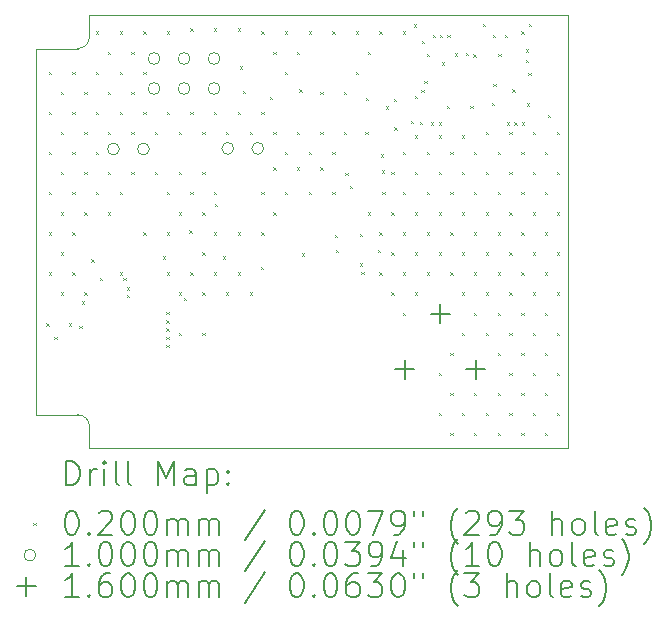
<source format=gbr>
%TF.GenerationSoftware,KiCad,Pcbnew,(6.0.7)*%
%TF.CreationDate,2022-10-27T11:46:34+02:00*%
%TF.ProjectId,Steuerung,53746575-6572-4756-9e67-2e6b69636164,rev?*%
%TF.SameCoordinates,Original*%
%TF.FileFunction,Drillmap*%
%TF.FilePolarity,Positive*%
%FSLAX45Y45*%
G04 Gerber Fmt 4.5, Leading zero omitted, Abs format (unit mm)*
G04 Created by KiCad (PCBNEW (6.0.7)) date 2022-10-27 11:46:34*
%MOMM*%
%LPD*%
G01*
G04 APERTURE LIST*
%ADD10C,0.100000*%
%ADD11C,0.200000*%
%ADD12C,0.020000*%
%ADD13C,0.160000*%
G04 APERTURE END LIST*
D10*
X15250000Y-10800000D02*
G75*
G03*
X15150000Y-10700000I-100000J0D01*
G01*
X19300000Y-10980000D02*
X19300000Y-7320000D01*
X14800000Y-10700000D02*
X15150000Y-10700000D01*
X15250000Y-7500000D02*
X15250000Y-7320000D01*
X15250000Y-7320000D02*
X19300000Y-7320000D01*
X15150000Y-7600000D02*
G75*
G03*
X15250000Y-7500000I0J100000D01*
G01*
X15150000Y-7600000D02*
X14800000Y-7600000D01*
X15250000Y-10980000D02*
X19300000Y-10980000D01*
X15250000Y-10800000D02*
X15250000Y-10980000D01*
X14800000Y-10700000D02*
X14800000Y-7600000D01*
D11*
D12*
X14885000Y-9925000D02*
X14905000Y-9945000D01*
X14905000Y-9925000D02*
X14885000Y-9945000D01*
X14905000Y-7795000D02*
X14925000Y-7815000D01*
X14925000Y-7795000D02*
X14905000Y-7815000D01*
X14905000Y-8135000D02*
X14925000Y-8155000D01*
X14925000Y-8135000D02*
X14905000Y-8155000D01*
X14905000Y-8475000D02*
X14925000Y-8495000D01*
X14925000Y-8475000D02*
X14905000Y-8495000D01*
X14905000Y-8815000D02*
X14925000Y-8835000D01*
X14925000Y-8815000D02*
X14905000Y-8835000D01*
X14905000Y-9155000D02*
X14925000Y-9175000D01*
X14925000Y-9155000D02*
X14905000Y-9175000D01*
X14905000Y-9495000D02*
X14925000Y-9515000D01*
X14925000Y-9495000D02*
X14905000Y-9515000D01*
X14951000Y-10040000D02*
X14971000Y-10060000D01*
X14971000Y-10040000D02*
X14951000Y-10060000D01*
X15005000Y-7965000D02*
X15025000Y-7985000D01*
X15025000Y-7965000D02*
X15005000Y-7985000D01*
X15005000Y-8305000D02*
X15025000Y-8325000D01*
X15025000Y-8305000D02*
X15005000Y-8325000D01*
X15005000Y-8645000D02*
X15025000Y-8665000D01*
X15025000Y-8645000D02*
X15005000Y-8665000D01*
X15005000Y-8985000D02*
X15025000Y-9005000D01*
X15025000Y-8985000D02*
X15005000Y-9005000D01*
X15005000Y-9325000D02*
X15025000Y-9345000D01*
X15025000Y-9325000D02*
X15005000Y-9345000D01*
X15005000Y-9665000D02*
X15025000Y-9685000D01*
X15025000Y-9665000D02*
X15005000Y-9685000D01*
X15075000Y-9925000D02*
X15095000Y-9945000D01*
X15095000Y-9925000D02*
X15075000Y-9945000D01*
X15105000Y-7795000D02*
X15125000Y-7815000D01*
X15125000Y-7795000D02*
X15105000Y-7815000D01*
X15105000Y-8135000D02*
X15125000Y-8155000D01*
X15125000Y-8135000D02*
X15105000Y-8155000D01*
X15105000Y-8475000D02*
X15125000Y-8495000D01*
X15125000Y-8475000D02*
X15105000Y-8495000D01*
X15105000Y-8815000D02*
X15125000Y-8835000D01*
X15125000Y-8815000D02*
X15105000Y-8835000D01*
X15105000Y-9155000D02*
X15125000Y-9175000D01*
X15125000Y-9155000D02*
X15105000Y-9175000D01*
X15105000Y-9495000D02*
X15125000Y-9515000D01*
X15125000Y-9495000D02*
X15105000Y-9515000D01*
X15165000Y-9945000D02*
X15185000Y-9965000D01*
X15185000Y-9945000D02*
X15165000Y-9965000D01*
X15185000Y-9740000D02*
X15205000Y-9760000D01*
X15205000Y-9740000D02*
X15185000Y-9760000D01*
X15205000Y-7965000D02*
X15225000Y-7985000D01*
X15225000Y-7965000D02*
X15205000Y-7985000D01*
X15205000Y-8305000D02*
X15225000Y-8325000D01*
X15225000Y-8305000D02*
X15205000Y-8325000D01*
X15205000Y-8645000D02*
X15225000Y-8665000D01*
X15225000Y-8645000D02*
X15205000Y-8665000D01*
X15205000Y-8985000D02*
X15225000Y-9005000D01*
X15225000Y-8985000D02*
X15205000Y-9005000D01*
X15205000Y-9665000D02*
X15225000Y-9685000D01*
X15225000Y-9665000D02*
X15205000Y-9685000D01*
X15265000Y-9385000D02*
X15285000Y-9405000D01*
X15285000Y-9385000D02*
X15265000Y-9405000D01*
X15305000Y-7455000D02*
X15325000Y-7475000D01*
X15325000Y-7455000D02*
X15305000Y-7475000D01*
X15305000Y-7795000D02*
X15325000Y-7815000D01*
X15325000Y-7795000D02*
X15305000Y-7815000D01*
X15305000Y-8135000D02*
X15325000Y-8155000D01*
X15325000Y-8135000D02*
X15305000Y-8155000D01*
X15305000Y-8475000D02*
X15325000Y-8495000D01*
X15325000Y-8475000D02*
X15305000Y-8495000D01*
X15305000Y-8815000D02*
X15325000Y-8835000D01*
X15325000Y-8815000D02*
X15305000Y-8835000D01*
X15340000Y-9540000D02*
X15360000Y-9560000D01*
X15360000Y-9540000D02*
X15340000Y-9560000D01*
X15405000Y-7625000D02*
X15425000Y-7645000D01*
X15425000Y-7625000D02*
X15405000Y-7645000D01*
X15405000Y-7965000D02*
X15425000Y-7985000D01*
X15425000Y-7965000D02*
X15405000Y-7985000D01*
X15405000Y-8305000D02*
X15425000Y-8325000D01*
X15425000Y-8305000D02*
X15405000Y-8325000D01*
X15405000Y-8645000D02*
X15425000Y-8665000D01*
X15425000Y-8645000D02*
X15405000Y-8665000D01*
X15405000Y-8985000D02*
X15425000Y-9005000D01*
X15425000Y-8985000D02*
X15405000Y-9005000D01*
X15505000Y-7455000D02*
X15525000Y-7475000D01*
X15525000Y-7455000D02*
X15505000Y-7475000D01*
X15505000Y-7795000D02*
X15525000Y-7815000D01*
X15525000Y-7795000D02*
X15505000Y-7815000D01*
X15505000Y-8135000D02*
X15525000Y-8155000D01*
X15525000Y-8135000D02*
X15505000Y-8155000D01*
X15505000Y-8815000D02*
X15525000Y-8835000D01*
X15525000Y-8815000D02*
X15505000Y-8835000D01*
X15505000Y-9495000D02*
X15525000Y-9515000D01*
X15525000Y-9495000D02*
X15505000Y-9515000D01*
X15535000Y-9540000D02*
X15555000Y-9560000D01*
X15555000Y-9540000D02*
X15535000Y-9560000D01*
X15565000Y-9620000D02*
X15585000Y-9640000D01*
X15585000Y-9620000D02*
X15565000Y-9640000D01*
X15566250Y-9686250D02*
X15586250Y-9706250D01*
X15586250Y-9686250D02*
X15566250Y-9706250D01*
X15605000Y-7625000D02*
X15625000Y-7645000D01*
X15625000Y-7625000D02*
X15605000Y-7645000D01*
X15605000Y-7965000D02*
X15625000Y-7985000D01*
X15625000Y-7965000D02*
X15605000Y-7985000D01*
X15605000Y-8305000D02*
X15625000Y-8325000D01*
X15625000Y-8305000D02*
X15605000Y-8325000D01*
X15605000Y-8645000D02*
X15625000Y-8665000D01*
X15625000Y-8645000D02*
X15605000Y-8665000D01*
X15705000Y-7455000D02*
X15725000Y-7475000D01*
X15725000Y-7455000D02*
X15705000Y-7475000D01*
X15705000Y-7795000D02*
X15725000Y-7815000D01*
X15725000Y-7795000D02*
X15705000Y-7815000D01*
X15705000Y-8135000D02*
X15725000Y-8155000D01*
X15725000Y-8135000D02*
X15705000Y-8155000D01*
X15705000Y-9155000D02*
X15725000Y-9175000D01*
X15725000Y-9155000D02*
X15705000Y-9175000D01*
X15805000Y-8305000D02*
X15825000Y-8325000D01*
X15825000Y-8305000D02*
X15805000Y-8325000D01*
X15805000Y-8645000D02*
X15825000Y-8665000D01*
X15825000Y-8645000D02*
X15805000Y-8665000D01*
X15870000Y-9360000D02*
X15890000Y-9380000D01*
X15890000Y-9360000D02*
X15870000Y-9380000D01*
X15900000Y-9830000D02*
X15920000Y-9850000D01*
X15920000Y-9830000D02*
X15900000Y-9850000D01*
X15900000Y-9900000D02*
X15920000Y-9920000D01*
X15920000Y-9900000D02*
X15900000Y-9920000D01*
X15900000Y-9970000D02*
X15920000Y-9990000D01*
X15920000Y-9970000D02*
X15900000Y-9990000D01*
X15900000Y-10040000D02*
X15920000Y-10060000D01*
X15920000Y-10040000D02*
X15900000Y-10060000D01*
X15900000Y-10110000D02*
X15920000Y-10130000D01*
X15920000Y-10110000D02*
X15900000Y-10130000D01*
X15905000Y-7455000D02*
X15925000Y-7475000D01*
X15925000Y-7455000D02*
X15905000Y-7475000D01*
X15905000Y-8135000D02*
X15925000Y-8155000D01*
X15925000Y-8135000D02*
X15905000Y-8155000D01*
X15905000Y-8815000D02*
X15925000Y-8835000D01*
X15925000Y-8815000D02*
X15905000Y-8835000D01*
X15905000Y-9155000D02*
X15925000Y-9175000D01*
X15925000Y-9155000D02*
X15905000Y-9175000D01*
X15905000Y-9495000D02*
X15925000Y-9515000D01*
X15925000Y-9495000D02*
X15905000Y-9515000D01*
X16005000Y-8305000D02*
X16025000Y-8325000D01*
X16025000Y-8305000D02*
X16005000Y-8325000D01*
X16005000Y-8645000D02*
X16025000Y-8665000D01*
X16025000Y-8645000D02*
X16005000Y-8665000D01*
X16005000Y-8985000D02*
X16025000Y-9005000D01*
X16025000Y-8985000D02*
X16005000Y-9005000D01*
X16005000Y-9665000D02*
X16025000Y-9685000D01*
X16025000Y-9665000D02*
X16005000Y-9685000D01*
X16005000Y-10005000D02*
X16025000Y-10025000D01*
X16025000Y-10005000D02*
X16005000Y-10025000D01*
X16050000Y-9710000D02*
X16070000Y-9730000D01*
X16070000Y-9710000D02*
X16050000Y-9730000D01*
X16095000Y-9140000D02*
X16115000Y-9160000D01*
X16115000Y-9140000D02*
X16095000Y-9160000D01*
X16105000Y-7430000D02*
X16125000Y-7450000D01*
X16125000Y-7430000D02*
X16105000Y-7450000D01*
X16105000Y-8135000D02*
X16125000Y-8155000D01*
X16125000Y-8135000D02*
X16105000Y-8155000D01*
X16105000Y-8815000D02*
X16125000Y-8835000D01*
X16125000Y-8815000D02*
X16105000Y-8835000D01*
X16105000Y-9495000D02*
X16125000Y-9515000D01*
X16125000Y-9495000D02*
X16105000Y-9515000D01*
X16205000Y-8305000D02*
X16225000Y-8325000D01*
X16225000Y-8305000D02*
X16205000Y-8325000D01*
X16205000Y-8645000D02*
X16225000Y-8665000D01*
X16225000Y-8645000D02*
X16205000Y-8665000D01*
X16205000Y-8985000D02*
X16225000Y-9005000D01*
X16225000Y-8985000D02*
X16205000Y-9005000D01*
X16205000Y-9325000D02*
X16225000Y-9345000D01*
X16225000Y-9325000D02*
X16205000Y-9345000D01*
X16205000Y-9665000D02*
X16225000Y-9685000D01*
X16225000Y-9665000D02*
X16205000Y-9685000D01*
X16205000Y-10005000D02*
X16225000Y-10025000D01*
X16225000Y-10005000D02*
X16205000Y-10025000D01*
X16305000Y-7430000D02*
X16325000Y-7450000D01*
X16325000Y-7430000D02*
X16305000Y-7450000D01*
X16305000Y-8135000D02*
X16325000Y-8155000D01*
X16325000Y-8135000D02*
X16305000Y-8155000D01*
X16305000Y-8815000D02*
X16325000Y-8835000D01*
X16325000Y-8815000D02*
X16305000Y-8835000D01*
X16305000Y-9155000D02*
X16325000Y-9175000D01*
X16325000Y-9155000D02*
X16305000Y-9175000D01*
X16305000Y-9495000D02*
X16325000Y-9515000D01*
X16325000Y-9495000D02*
X16305000Y-9515000D01*
X16310000Y-8915000D02*
X16330000Y-8935000D01*
X16330000Y-8915000D02*
X16310000Y-8935000D01*
X16380000Y-9360000D02*
X16400000Y-9380000D01*
X16400000Y-9360000D02*
X16380000Y-9380000D01*
X16405000Y-8305000D02*
X16425000Y-8325000D01*
X16425000Y-8305000D02*
X16405000Y-8325000D01*
X16405000Y-9665000D02*
X16425000Y-9685000D01*
X16425000Y-9665000D02*
X16405000Y-9685000D01*
X16505000Y-7430000D02*
X16525000Y-7450000D01*
X16525000Y-7430000D02*
X16505000Y-7450000D01*
X16505000Y-8135000D02*
X16525000Y-8155000D01*
X16525000Y-8135000D02*
X16505000Y-8155000D01*
X16505000Y-9155000D02*
X16525000Y-9175000D01*
X16525000Y-9155000D02*
X16505000Y-9175000D01*
X16505000Y-9495000D02*
X16525000Y-9515000D01*
X16525000Y-9495000D02*
X16505000Y-9515000D01*
X16525000Y-7750000D02*
X16545000Y-7770000D01*
X16545000Y-7750000D02*
X16525000Y-7770000D01*
X16550000Y-7960000D02*
X16570000Y-7980000D01*
X16570000Y-7960000D02*
X16550000Y-7980000D01*
X16605000Y-8305000D02*
X16625000Y-8325000D01*
X16625000Y-8305000D02*
X16605000Y-8325000D01*
X16605000Y-9665000D02*
X16625000Y-9685000D01*
X16625000Y-9665000D02*
X16605000Y-9685000D01*
X16700000Y-9450000D02*
X16720000Y-9470000D01*
X16720000Y-9450000D02*
X16700000Y-9470000D01*
X16705000Y-7455000D02*
X16725000Y-7475000D01*
X16725000Y-7455000D02*
X16705000Y-7475000D01*
X16705000Y-8135000D02*
X16725000Y-8155000D01*
X16725000Y-8135000D02*
X16705000Y-8155000D01*
X16705000Y-8815000D02*
X16725000Y-8835000D01*
X16725000Y-8815000D02*
X16705000Y-8835000D01*
X16705000Y-9155000D02*
X16725000Y-9175000D01*
X16725000Y-9155000D02*
X16705000Y-9175000D01*
X16775000Y-8010000D02*
X16795000Y-8030000D01*
X16795000Y-8010000D02*
X16775000Y-8030000D01*
X16805000Y-7625000D02*
X16825000Y-7645000D01*
X16825000Y-7625000D02*
X16805000Y-7645000D01*
X16805000Y-8305000D02*
X16825000Y-8325000D01*
X16825000Y-8305000D02*
X16805000Y-8325000D01*
X16805000Y-8605000D02*
X16825000Y-8625000D01*
X16825000Y-8605000D02*
X16805000Y-8625000D01*
X16805000Y-8985000D02*
X16825000Y-9005000D01*
X16825000Y-8985000D02*
X16805000Y-9005000D01*
X16905000Y-7455000D02*
X16925000Y-7475000D01*
X16925000Y-7455000D02*
X16905000Y-7475000D01*
X16905000Y-7795000D02*
X16925000Y-7815000D01*
X16925000Y-7795000D02*
X16905000Y-7815000D01*
X16905000Y-8475000D02*
X16925000Y-8495000D01*
X16925000Y-8475000D02*
X16905000Y-8495000D01*
X16905000Y-8815000D02*
X16925000Y-8835000D01*
X16925000Y-8815000D02*
X16905000Y-8835000D01*
X17005000Y-7625000D02*
X17025000Y-7645000D01*
X17025000Y-7625000D02*
X17005000Y-7645000D01*
X17005000Y-8305000D02*
X17025000Y-8325000D01*
X17025000Y-8305000D02*
X17005000Y-8325000D01*
X17005000Y-8605000D02*
X17025000Y-8625000D01*
X17025000Y-8605000D02*
X17005000Y-8625000D01*
X17025000Y-7945000D02*
X17045000Y-7965000D01*
X17045000Y-7945000D02*
X17025000Y-7965000D01*
X17050000Y-9335000D02*
X17070000Y-9355000D01*
X17070000Y-9335000D02*
X17050000Y-9355000D01*
X17105000Y-7455000D02*
X17125000Y-7475000D01*
X17125000Y-7455000D02*
X17105000Y-7475000D01*
X17105000Y-8475000D02*
X17125000Y-8495000D01*
X17125000Y-8475000D02*
X17105000Y-8495000D01*
X17105000Y-8815000D02*
X17125000Y-8835000D01*
X17125000Y-8815000D02*
X17105000Y-8835000D01*
X17205000Y-7965000D02*
X17225000Y-7985000D01*
X17225000Y-7965000D02*
X17205000Y-7985000D01*
X17205000Y-8305000D02*
X17225000Y-8325000D01*
X17225000Y-8305000D02*
X17205000Y-8325000D01*
X17205000Y-8605000D02*
X17225000Y-8625000D01*
X17225000Y-8605000D02*
X17205000Y-8625000D01*
X17305000Y-7455000D02*
X17325000Y-7475000D01*
X17325000Y-7455000D02*
X17305000Y-7475000D01*
X17305000Y-8475000D02*
X17325000Y-8495000D01*
X17325000Y-8475000D02*
X17305000Y-8495000D01*
X17305000Y-8815000D02*
X17325000Y-8835000D01*
X17325000Y-8815000D02*
X17305000Y-8835000D01*
X17325000Y-9175000D02*
X17345000Y-9195000D01*
X17345000Y-9175000D02*
X17325000Y-9195000D01*
X17335000Y-9305000D02*
X17355000Y-9325000D01*
X17355000Y-9305000D02*
X17335000Y-9325000D01*
X17405000Y-7965000D02*
X17425000Y-7985000D01*
X17425000Y-7965000D02*
X17405000Y-7985000D01*
X17405000Y-8305000D02*
X17425000Y-8325000D01*
X17425000Y-8305000D02*
X17405000Y-8325000D01*
X17415000Y-8650000D02*
X17435000Y-8670000D01*
X17435000Y-8650000D02*
X17415000Y-8670000D01*
X17455000Y-8760000D02*
X17475000Y-8780000D01*
X17475000Y-8760000D02*
X17455000Y-8780000D01*
X17505000Y-7455000D02*
X17525000Y-7475000D01*
X17525000Y-7455000D02*
X17505000Y-7475000D01*
X17505000Y-7795000D02*
X17525000Y-7815000D01*
X17525000Y-7795000D02*
X17505000Y-7815000D01*
X17537500Y-9167500D02*
X17557500Y-9187500D01*
X17557500Y-9167500D02*
X17537500Y-9187500D01*
X17537500Y-9417500D02*
X17557500Y-9437500D01*
X17557500Y-9417500D02*
X17537500Y-9437500D01*
X17550000Y-9490000D02*
X17570000Y-9510000D01*
X17570000Y-9490000D02*
X17550000Y-9510000D01*
X17585000Y-8305000D02*
X17605000Y-8325000D01*
X17605000Y-8305000D02*
X17585000Y-8325000D01*
X17590000Y-8015000D02*
X17610000Y-8035000D01*
X17610000Y-8015000D02*
X17590000Y-8035000D01*
X17605000Y-7625000D02*
X17625000Y-7645000D01*
X17625000Y-7625000D02*
X17605000Y-7645000D01*
X17605000Y-8985000D02*
X17625000Y-9005000D01*
X17625000Y-8985000D02*
X17605000Y-9005000D01*
X17690000Y-9305000D02*
X17710000Y-9325000D01*
X17710000Y-9305000D02*
X17690000Y-9325000D01*
X17705000Y-7455000D02*
X17725000Y-7475000D01*
X17725000Y-7455000D02*
X17705000Y-7475000D01*
X17705000Y-9155000D02*
X17725000Y-9175000D01*
X17725000Y-9155000D02*
X17705000Y-9175000D01*
X17705000Y-9495000D02*
X17725000Y-9515000D01*
X17725000Y-9495000D02*
X17705000Y-9515000D01*
X17715000Y-8495000D02*
X17735000Y-8515000D01*
X17735000Y-8495000D02*
X17715000Y-8515000D01*
X17725000Y-8630000D02*
X17745000Y-8650000D01*
X17745000Y-8630000D02*
X17725000Y-8650000D01*
X17730000Y-8815000D02*
X17750000Y-8835000D01*
X17750000Y-8815000D02*
X17730000Y-8835000D01*
X17760000Y-8090000D02*
X17780000Y-8110000D01*
X17780000Y-8090000D02*
X17760000Y-8110000D01*
X17805000Y-8645000D02*
X17825000Y-8665000D01*
X17825000Y-8645000D02*
X17805000Y-8665000D01*
X17805000Y-8985000D02*
X17825000Y-9005000D01*
X17825000Y-8985000D02*
X17805000Y-9005000D01*
X17805000Y-9325000D02*
X17825000Y-9345000D01*
X17825000Y-9325000D02*
X17805000Y-9345000D01*
X17805000Y-9665000D02*
X17825000Y-9685000D01*
X17825000Y-9665000D02*
X17805000Y-9685000D01*
X17825000Y-8025000D02*
X17845000Y-8045000D01*
X17845000Y-8025000D02*
X17825000Y-8045000D01*
X17830000Y-8266387D02*
X17850000Y-8286387D01*
X17850000Y-8266387D02*
X17830000Y-8286387D01*
X17905000Y-7455000D02*
X17925000Y-7475000D01*
X17925000Y-7455000D02*
X17905000Y-7475000D01*
X17905000Y-8475000D02*
X17925000Y-8495000D01*
X17925000Y-8475000D02*
X17905000Y-8495000D01*
X17905000Y-8815000D02*
X17925000Y-8835000D01*
X17925000Y-8815000D02*
X17905000Y-8835000D01*
X17905000Y-9155000D02*
X17925000Y-9175000D01*
X17925000Y-9155000D02*
X17905000Y-9175000D01*
X17905000Y-9495000D02*
X17925000Y-9515000D01*
X17925000Y-9495000D02*
X17905000Y-9515000D01*
X17905000Y-9835000D02*
X17925000Y-9855000D01*
X17925000Y-9835000D02*
X17905000Y-9855000D01*
X17970000Y-8210000D02*
X17990000Y-8230000D01*
X17990000Y-8210000D02*
X17970000Y-8230000D01*
X17995000Y-7395000D02*
X18015000Y-7415000D01*
X18015000Y-7395000D02*
X17995000Y-7415000D01*
X18005000Y-8000000D02*
X18025000Y-8020000D01*
X18025000Y-8000000D02*
X18005000Y-8020000D01*
X18005000Y-8335000D02*
X18025000Y-8355000D01*
X18025000Y-8335000D02*
X18005000Y-8355000D01*
X18005000Y-8645000D02*
X18025000Y-8665000D01*
X18025000Y-8645000D02*
X18005000Y-8665000D01*
X18005000Y-8985000D02*
X18025000Y-9005000D01*
X18025000Y-8985000D02*
X18005000Y-9005000D01*
X18005000Y-9325000D02*
X18025000Y-9345000D01*
X18025000Y-9325000D02*
X18005000Y-9345000D01*
X18005000Y-9665000D02*
X18025000Y-9685000D01*
X18025000Y-9665000D02*
X18005000Y-9685000D01*
X18045000Y-8220000D02*
X18065000Y-8240000D01*
X18065000Y-8220000D02*
X18045000Y-8240000D01*
X18058887Y-7948887D02*
X18078887Y-7968887D01*
X18078887Y-7948887D02*
X18058887Y-7968887D01*
X18065000Y-7535000D02*
X18085000Y-7555000D01*
X18085000Y-7535000D02*
X18065000Y-7555000D01*
X18085000Y-7875000D02*
X18105000Y-7895000D01*
X18105000Y-7875000D02*
X18085000Y-7895000D01*
X18105000Y-7645000D02*
X18125000Y-7665000D01*
X18125000Y-7645000D02*
X18105000Y-7665000D01*
X18105000Y-8475000D02*
X18125000Y-8495000D01*
X18125000Y-8475000D02*
X18105000Y-8495000D01*
X18105000Y-8815000D02*
X18125000Y-8835000D01*
X18125000Y-8815000D02*
X18105000Y-8835000D01*
X18105000Y-9155000D02*
X18125000Y-9175000D01*
X18125000Y-9155000D02*
X18105000Y-9175000D01*
X18105000Y-9495000D02*
X18125000Y-9515000D01*
X18125000Y-9495000D02*
X18105000Y-9515000D01*
X18140000Y-8225000D02*
X18160000Y-8245000D01*
X18160000Y-8225000D02*
X18140000Y-8245000D01*
X18155407Y-7484972D02*
X18175407Y-7504972D01*
X18175407Y-7484972D02*
X18155407Y-7504972D01*
X18205000Y-8335000D02*
X18225000Y-8355000D01*
X18225000Y-8335000D02*
X18205000Y-8355000D01*
X18205000Y-8645000D02*
X18225000Y-8665000D01*
X18225000Y-8645000D02*
X18205000Y-8665000D01*
X18205000Y-8985000D02*
X18225000Y-9005000D01*
X18225000Y-8985000D02*
X18205000Y-9005000D01*
X18205000Y-9325000D02*
X18225000Y-9345000D01*
X18225000Y-9325000D02*
X18205000Y-9345000D01*
X18205000Y-10345000D02*
X18225000Y-10365000D01*
X18225000Y-10345000D02*
X18205000Y-10365000D01*
X18205000Y-10685000D02*
X18225000Y-10705000D01*
X18225000Y-10685000D02*
X18205000Y-10705000D01*
X18210000Y-8225000D02*
X18230000Y-8245000D01*
X18230000Y-8225000D02*
X18210000Y-8245000D01*
X18218056Y-7485356D02*
X18238056Y-7505356D01*
X18238056Y-7485356D02*
X18218056Y-7505356D01*
X18235000Y-7715000D02*
X18255000Y-7735000D01*
X18255000Y-7715000D02*
X18235000Y-7735000D01*
X18275000Y-8085000D02*
X18295000Y-8105000D01*
X18295000Y-8085000D02*
X18275000Y-8105000D01*
X18280705Y-7484964D02*
X18300705Y-7504964D01*
X18300705Y-7484964D02*
X18280705Y-7504964D01*
X18305000Y-8475000D02*
X18325000Y-8495000D01*
X18325000Y-8475000D02*
X18305000Y-8495000D01*
X18305000Y-8815000D02*
X18325000Y-8835000D01*
X18325000Y-8815000D02*
X18305000Y-8835000D01*
X18305000Y-9155000D02*
X18325000Y-9175000D01*
X18325000Y-9155000D02*
X18305000Y-9175000D01*
X18305000Y-9495000D02*
X18325000Y-9515000D01*
X18325000Y-9495000D02*
X18305000Y-9515000D01*
X18305000Y-10175000D02*
X18325000Y-10195000D01*
X18325000Y-10175000D02*
X18305000Y-10195000D01*
X18305000Y-10515000D02*
X18325000Y-10535000D01*
X18325000Y-10515000D02*
X18305000Y-10535000D01*
X18305000Y-10855000D02*
X18325000Y-10875000D01*
X18325000Y-10855000D02*
X18305000Y-10875000D01*
X18345000Y-7640000D02*
X18365000Y-7660000D01*
X18365000Y-7640000D02*
X18345000Y-7660000D01*
X18405000Y-8335000D02*
X18425000Y-8355000D01*
X18425000Y-8335000D02*
X18405000Y-8355000D01*
X18405000Y-8645000D02*
X18425000Y-8665000D01*
X18425000Y-8645000D02*
X18405000Y-8665000D01*
X18405000Y-8985000D02*
X18425000Y-9005000D01*
X18425000Y-8985000D02*
X18405000Y-9005000D01*
X18405000Y-9325000D02*
X18425000Y-9345000D01*
X18425000Y-9325000D02*
X18405000Y-9345000D01*
X18405000Y-9665000D02*
X18425000Y-9685000D01*
X18425000Y-9665000D02*
X18405000Y-9685000D01*
X18405000Y-10005000D02*
X18425000Y-10025000D01*
X18425000Y-10005000D02*
X18405000Y-10025000D01*
X18405000Y-10685000D02*
X18425000Y-10705000D01*
X18425000Y-10685000D02*
X18405000Y-10705000D01*
X18435000Y-7635000D02*
X18455000Y-7655000D01*
X18455000Y-7635000D02*
X18435000Y-7655000D01*
X18475000Y-8085000D02*
X18495000Y-8105000D01*
X18495000Y-8085000D02*
X18475000Y-8105000D01*
X18500000Y-7650000D02*
X18520000Y-7670000D01*
X18520000Y-7650000D02*
X18500000Y-7670000D01*
X18505000Y-8475000D02*
X18525000Y-8495000D01*
X18525000Y-8475000D02*
X18505000Y-8495000D01*
X18505000Y-8815000D02*
X18525000Y-8835000D01*
X18525000Y-8815000D02*
X18505000Y-8835000D01*
X18505000Y-9155000D02*
X18525000Y-9175000D01*
X18525000Y-9155000D02*
X18505000Y-9175000D01*
X18505000Y-9495000D02*
X18525000Y-9515000D01*
X18525000Y-9495000D02*
X18505000Y-9515000D01*
X18505000Y-9835000D02*
X18525000Y-9855000D01*
X18525000Y-9835000D02*
X18505000Y-9855000D01*
X18505000Y-10515000D02*
X18525000Y-10535000D01*
X18525000Y-10515000D02*
X18505000Y-10535000D01*
X18505000Y-10855000D02*
X18525000Y-10875000D01*
X18525000Y-10855000D02*
X18505000Y-10875000D01*
X18580000Y-7390000D02*
X18600000Y-7410000D01*
X18600000Y-7390000D02*
X18580000Y-7410000D01*
X18605000Y-8305000D02*
X18625000Y-8325000D01*
X18625000Y-8305000D02*
X18605000Y-8325000D01*
X18605000Y-8645000D02*
X18625000Y-8665000D01*
X18625000Y-8645000D02*
X18605000Y-8665000D01*
X18605000Y-8985000D02*
X18625000Y-9005000D01*
X18625000Y-8985000D02*
X18605000Y-9005000D01*
X18605000Y-9325000D02*
X18625000Y-9345000D01*
X18625000Y-9325000D02*
X18605000Y-9345000D01*
X18605000Y-9665000D02*
X18625000Y-9685000D01*
X18625000Y-9665000D02*
X18605000Y-9685000D01*
X18605000Y-10005000D02*
X18625000Y-10025000D01*
X18625000Y-10005000D02*
X18605000Y-10025000D01*
X18605000Y-10685000D02*
X18625000Y-10705000D01*
X18625000Y-10685000D02*
X18605000Y-10705000D01*
X18655000Y-8060000D02*
X18675000Y-8080000D01*
X18675000Y-8060000D02*
X18655000Y-8080000D01*
X18665000Y-7485000D02*
X18685000Y-7505000D01*
X18685000Y-7485000D02*
X18665000Y-7505000D01*
X18670000Y-7900000D02*
X18690000Y-7920000D01*
X18690000Y-7900000D02*
X18670000Y-7920000D01*
X18705000Y-8475000D02*
X18725000Y-8495000D01*
X18725000Y-8475000D02*
X18705000Y-8495000D01*
X18705000Y-8815000D02*
X18725000Y-8835000D01*
X18725000Y-8815000D02*
X18705000Y-8835000D01*
X18705000Y-9155000D02*
X18725000Y-9175000D01*
X18725000Y-9155000D02*
X18705000Y-9175000D01*
X18705000Y-9495000D02*
X18725000Y-9515000D01*
X18725000Y-9495000D02*
X18705000Y-9515000D01*
X18705000Y-9835000D02*
X18725000Y-9855000D01*
X18725000Y-9835000D02*
X18705000Y-9855000D01*
X18705000Y-10175000D02*
X18725000Y-10195000D01*
X18725000Y-10175000D02*
X18705000Y-10195000D01*
X18705000Y-10515000D02*
X18725000Y-10535000D01*
X18725000Y-10515000D02*
X18705000Y-10535000D01*
X18705000Y-10855000D02*
X18725000Y-10875000D01*
X18725000Y-10855000D02*
X18705000Y-10875000D01*
X18710000Y-7645000D02*
X18730000Y-7665000D01*
X18730000Y-7645000D02*
X18710000Y-7665000D01*
X18765000Y-7485000D02*
X18785000Y-7505000D01*
X18785000Y-7485000D02*
X18765000Y-7505000D01*
X18784536Y-8224412D02*
X18804536Y-8244412D01*
X18804536Y-8224412D02*
X18784536Y-8244412D01*
X18805000Y-8305000D02*
X18825000Y-8325000D01*
X18825000Y-8305000D02*
X18805000Y-8325000D01*
X18805000Y-8645000D02*
X18825000Y-8665000D01*
X18825000Y-8645000D02*
X18805000Y-8665000D01*
X18805000Y-8985000D02*
X18825000Y-9005000D01*
X18825000Y-8985000D02*
X18805000Y-9005000D01*
X18805000Y-9325000D02*
X18825000Y-9345000D01*
X18825000Y-9325000D02*
X18805000Y-9345000D01*
X18805000Y-9665000D02*
X18825000Y-9685000D01*
X18825000Y-9665000D02*
X18805000Y-9685000D01*
X18805000Y-10005000D02*
X18825000Y-10025000D01*
X18825000Y-10005000D02*
X18805000Y-10025000D01*
X18805000Y-10345000D02*
X18825000Y-10365000D01*
X18825000Y-10345000D02*
X18805000Y-10365000D01*
X18805000Y-10685000D02*
X18825000Y-10705000D01*
X18825000Y-10685000D02*
X18805000Y-10705000D01*
X18830000Y-7945000D02*
X18850000Y-7965000D01*
X18850000Y-7945000D02*
X18830000Y-7965000D01*
X18847350Y-8225000D02*
X18867350Y-8245000D01*
X18867350Y-8225000D02*
X18847350Y-8245000D01*
X18905000Y-7455000D02*
X18925000Y-7475000D01*
X18925000Y-7455000D02*
X18905000Y-7475000D01*
X18905000Y-8475000D02*
X18925000Y-8495000D01*
X18925000Y-8475000D02*
X18905000Y-8495000D01*
X18905000Y-8815000D02*
X18925000Y-8835000D01*
X18925000Y-8815000D02*
X18905000Y-8835000D01*
X18905000Y-9155000D02*
X18925000Y-9175000D01*
X18925000Y-9155000D02*
X18905000Y-9175000D01*
X18905000Y-9495000D02*
X18925000Y-9515000D01*
X18925000Y-9495000D02*
X18905000Y-9515000D01*
X18905000Y-9835000D02*
X18925000Y-9855000D01*
X18925000Y-9835000D02*
X18905000Y-9855000D01*
X18905000Y-10175000D02*
X18925000Y-10195000D01*
X18925000Y-10175000D02*
X18905000Y-10195000D01*
X18905000Y-10515000D02*
X18925000Y-10535000D01*
X18925000Y-10515000D02*
X18905000Y-10535000D01*
X18905000Y-10855000D02*
X18925000Y-10875000D01*
X18925000Y-10855000D02*
X18905000Y-10875000D01*
X18910000Y-8225000D02*
X18930000Y-8245000D01*
X18930000Y-8225000D02*
X18910000Y-8245000D01*
X18945000Y-7605000D02*
X18965000Y-7625000D01*
X18965000Y-7605000D02*
X18945000Y-7625000D01*
X18945000Y-7695000D02*
X18965000Y-7715000D01*
X18965000Y-7695000D02*
X18945000Y-7715000D01*
X18955000Y-8065000D02*
X18975000Y-8085000D01*
X18975000Y-8065000D02*
X18955000Y-8085000D01*
X18965000Y-7805000D02*
X18985000Y-7825000D01*
X18985000Y-7805000D02*
X18965000Y-7825000D01*
X18970000Y-7390000D02*
X18990000Y-7410000D01*
X18990000Y-7390000D02*
X18970000Y-7410000D01*
X19005000Y-8305000D02*
X19025000Y-8325000D01*
X19025000Y-8305000D02*
X19005000Y-8325000D01*
X19005000Y-8645000D02*
X19025000Y-8665000D01*
X19025000Y-8645000D02*
X19005000Y-8665000D01*
X19005000Y-8985000D02*
X19025000Y-9005000D01*
X19025000Y-8985000D02*
X19005000Y-9005000D01*
X19005000Y-9325000D02*
X19025000Y-9345000D01*
X19025000Y-9325000D02*
X19005000Y-9345000D01*
X19005000Y-9665000D02*
X19025000Y-9685000D01*
X19025000Y-9665000D02*
X19005000Y-9685000D01*
X19005000Y-10005000D02*
X19025000Y-10025000D01*
X19025000Y-10005000D02*
X19005000Y-10025000D01*
X19005000Y-10345000D02*
X19025000Y-10365000D01*
X19025000Y-10345000D02*
X19005000Y-10365000D01*
X19005000Y-10685000D02*
X19025000Y-10705000D01*
X19025000Y-10685000D02*
X19005000Y-10705000D01*
X19105000Y-8475000D02*
X19125000Y-8495000D01*
X19125000Y-8475000D02*
X19105000Y-8495000D01*
X19105000Y-8815000D02*
X19125000Y-8835000D01*
X19125000Y-8815000D02*
X19105000Y-8835000D01*
X19105000Y-9155000D02*
X19125000Y-9175000D01*
X19125000Y-9155000D02*
X19105000Y-9175000D01*
X19105000Y-9495000D02*
X19125000Y-9515000D01*
X19125000Y-9495000D02*
X19105000Y-9515000D01*
X19105000Y-9835000D02*
X19125000Y-9855000D01*
X19125000Y-9835000D02*
X19105000Y-9855000D01*
X19105000Y-10175000D02*
X19125000Y-10195000D01*
X19125000Y-10175000D02*
X19105000Y-10195000D01*
X19105000Y-10515000D02*
X19125000Y-10535000D01*
X19125000Y-10515000D02*
X19105000Y-10535000D01*
X19105000Y-10855000D02*
X19125000Y-10875000D01*
X19125000Y-10855000D02*
X19105000Y-10875000D01*
X19130000Y-8160000D02*
X19150000Y-8180000D01*
X19150000Y-8160000D02*
X19130000Y-8180000D01*
X19205000Y-8305000D02*
X19225000Y-8325000D01*
X19225000Y-8305000D02*
X19205000Y-8325000D01*
X19205000Y-8645000D02*
X19225000Y-8665000D01*
X19225000Y-8645000D02*
X19205000Y-8665000D01*
X19205000Y-8985000D02*
X19225000Y-9005000D01*
X19225000Y-8985000D02*
X19205000Y-9005000D01*
X19205000Y-9325000D02*
X19225000Y-9345000D01*
X19225000Y-9325000D02*
X19205000Y-9345000D01*
X19205000Y-9665000D02*
X19225000Y-9685000D01*
X19225000Y-9665000D02*
X19205000Y-9685000D01*
X19205000Y-10005000D02*
X19225000Y-10025000D01*
X19225000Y-10005000D02*
X19205000Y-10025000D01*
X19205000Y-10345000D02*
X19225000Y-10365000D01*
X19225000Y-10345000D02*
X19205000Y-10365000D01*
X19205000Y-10685000D02*
X19225000Y-10705000D01*
X19225000Y-10685000D02*
X19205000Y-10705000D01*
D10*
X15502500Y-8450000D02*
G75*
G03*
X15502500Y-8450000I-50000J0D01*
G01*
X15756500Y-8450000D02*
G75*
G03*
X15756500Y-8450000I-50000J0D01*
G01*
X15846500Y-7684750D02*
G75*
G03*
X15846500Y-7684750I-50000J0D01*
G01*
X15846500Y-7938750D02*
G75*
G03*
X15846500Y-7938750I-50000J0D01*
G01*
X16100500Y-7684750D02*
G75*
G03*
X16100500Y-7684750I-50000J0D01*
G01*
X16100500Y-7938750D02*
G75*
G03*
X16100500Y-7938750I-50000J0D01*
G01*
X16354500Y-7684750D02*
G75*
G03*
X16354500Y-7684750I-50000J0D01*
G01*
X16354500Y-7938750D02*
G75*
G03*
X16354500Y-7938750I-50000J0D01*
G01*
X16471000Y-8445000D02*
G75*
G03*
X16471000Y-8445000I-50000J0D01*
G01*
X16725000Y-8445000D02*
G75*
G03*
X16725000Y-8445000I-50000J0D01*
G01*
D13*
X17920000Y-10235000D02*
X17920000Y-10395000D01*
X17840000Y-10315000D02*
X18000000Y-10315000D01*
X18220000Y-9765000D02*
X18220000Y-9925000D01*
X18140000Y-9845000D02*
X18300000Y-9845000D01*
X18520000Y-10235000D02*
X18520000Y-10395000D01*
X18440000Y-10315000D02*
X18600000Y-10315000D01*
D11*
X15052619Y-11295476D02*
X15052619Y-11095476D01*
X15100238Y-11095476D01*
X15128809Y-11105000D01*
X15147857Y-11124048D01*
X15157381Y-11143095D01*
X15166905Y-11181190D01*
X15166905Y-11209762D01*
X15157381Y-11247857D01*
X15147857Y-11266905D01*
X15128809Y-11285952D01*
X15100238Y-11295476D01*
X15052619Y-11295476D01*
X15252619Y-11295476D02*
X15252619Y-11162143D01*
X15252619Y-11200238D02*
X15262143Y-11181190D01*
X15271667Y-11171667D01*
X15290714Y-11162143D01*
X15309762Y-11162143D01*
X15376428Y-11295476D02*
X15376428Y-11162143D01*
X15376428Y-11095476D02*
X15366905Y-11105000D01*
X15376428Y-11114524D01*
X15385952Y-11105000D01*
X15376428Y-11095476D01*
X15376428Y-11114524D01*
X15500238Y-11295476D02*
X15481190Y-11285952D01*
X15471667Y-11266905D01*
X15471667Y-11095476D01*
X15605000Y-11295476D02*
X15585952Y-11285952D01*
X15576428Y-11266905D01*
X15576428Y-11095476D01*
X15833571Y-11295476D02*
X15833571Y-11095476D01*
X15900238Y-11238333D01*
X15966905Y-11095476D01*
X15966905Y-11295476D01*
X16147857Y-11295476D02*
X16147857Y-11190714D01*
X16138333Y-11171667D01*
X16119286Y-11162143D01*
X16081190Y-11162143D01*
X16062143Y-11171667D01*
X16147857Y-11285952D02*
X16128809Y-11295476D01*
X16081190Y-11295476D01*
X16062143Y-11285952D01*
X16052619Y-11266905D01*
X16052619Y-11247857D01*
X16062143Y-11228809D01*
X16081190Y-11219286D01*
X16128809Y-11219286D01*
X16147857Y-11209762D01*
X16243095Y-11162143D02*
X16243095Y-11362143D01*
X16243095Y-11171667D02*
X16262143Y-11162143D01*
X16300238Y-11162143D01*
X16319286Y-11171667D01*
X16328809Y-11181190D01*
X16338333Y-11200238D01*
X16338333Y-11257381D01*
X16328809Y-11276428D01*
X16319286Y-11285952D01*
X16300238Y-11295476D01*
X16262143Y-11295476D01*
X16243095Y-11285952D01*
X16424048Y-11276428D02*
X16433571Y-11285952D01*
X16424048Y-11295476D01*
X16414524Y-11285952D01*
X16424048Y-11276428D01*
X16424048Y-11295476D01*
X16424048Y-11171667D02*
X16433571Y-11181190D01*
X16424048Y-11190714D01*
X16414524Y-11181190D01*
X16424048Y-11171667D01*
X16424048Y-11190714D01*
D12*
X14775000Y-11615000D02*
X14795000Y-11635000D01*
X14795000Y-11615000D02*
X14775000Y-11635000D01*
D11*
X15090714Y-11515476D02*
X15109762Y-11515476D01*
X15128809Y-11525000D01*
X15138333Y-11534524D01*
X15147857Y-11553571D01*
X15157381Y-11591667D01*
X15157381Y-11639286D01*
X15147857Y-11677381D01*
X15138333Y-11696428D01*
X15128809Y-11705952D01*
X15109762Y-11715476D01*
X15090714Y-11715476D01*
X15071667Y-11705952D01*
X15062143Y-11696428D01*
X15052619Y-11677381D01*
X15043095Y-11639286D01*
X15043095Y-11591667D01*
X15052619Y-11553571D01*
X15062143Y-11534524D01*
X15071667Y-11525000D01*
X15090714Y-11515476D01*
X15243095Y-11696428D02*
X15252619Y-11705952D01*
X15243095Y-11715476D01*
X15233571Y-11705952D01*
X15243095Y-11696428D01*
X15243095Y-11715476D01*
X15328809Y-11534524D02*
X15338333Y-11525000D01*
X15357381Y-11515476D01*
X15405000Y-11515476D01*
X15424048Y-11525000D01*
X15433571Y-11534524D01*
X15443095Y-11553571D01*
X15443095Y-11572619D01*
X15433571Y-11601190D01*
X15319286Y-11715476D01*
X15443095Y-11715476D01*
X15566905Y-11515476D02*
X15585952Y-11515476D01*
X15605000Y-11525000D01*
X15614524Y-11534524D01*
X15624048Y-11553571D01*
X15633571Y-11591667D01*
X15633571Y-11639286D01*
X15624048Y-11677381D01*
X15614524Y-11696428D01*
X15605000Y-11705952D01*
X15585952Y-11715476D01*
X15566905Y-11715476D01*
X15547857Y-11705952D01*
X15538333Y-11696428D01*
X15528809Y-11677381D01*
X15519286Y-11639286D01*
X15519286Y-11591667D01*
X15528809Y-11553571D01*
X15538333Y-11534524D01*
X15547857Y-11525000D01*
X15566905Y-11515476D01*
X15757381Y-11515476D02*
X15776428Y-11515476D01*
X15795476Y-11525000D01*
X15805000Y-11534524D01*
X15814524Y-11553571D01*
X15824048Y-11591667D01*
X15824048Y-11639286D01*
X15814524Y-11677381D01*
X15805000Y-11696428D01*
X15795476Y-11705952D01*
X15776428Y-11715476D01*
X15757381Y-11715476D01*
X15738333Y-11705952D01*
X15728809Y-11696428D01*
X15719286Y-11677381D01*
X15709762Y-11639286D01*
X15709762Y-11591667D01*
X15719286Y-11553571D01*
X15728809Y-11534524D01*
X15738333Y-11525000D01*
X15757381Y-11515476D01*
X15909762Y-11715476D02*
X15909762Y-11582143D01*
X15909762Y-11601190D02*
X15919286Y-11591667D01*
X15938333Y-11582143D01*
X15966905Y-11582143D01*
X15985952Y-11591667D01*
X15995476Y-11610714D01*
X15995476Y-11715476D01*
X15995476Y-11610714D02*
X16005000Y-11591667D01*
X16024048Y-11582143D01*
X16052619Y-11582143D01*
X16071667Y-11591667D01*
X16081190Y-11610714D01*
X16081190Y-11715476D01*
X16176428Y-11715476D02*
X16176428Y-11582143D01*
X16176428Y-11601190D02*
X16185952Y-11591667D01*
X16205000Y-11582143D01*
X16233571Y-11582143D01*
X16252619Y-11591667D01*
X16262143Y-11610714D01*
X16262143Y-11715476D01*
X16262143Y-11610714D02*
X16271667Y-11591667D01*
X16290714Y-11582143D01*
X16319286Y-11582143D01*
X16338333Y-11591667D01*
X16347857Y-11610714D01*
X16347857Y-11715476D01*
X16738333Y-11505952D02*
X16566905Y-11763095D01*
X16995476Y-11515476D02*
X17014524Y-11515476D01*
X17033571Y-11525000D01*
X17043095Y-11534524D01*
X17052619Y-11553571D01*
X17062143Y-11591667D01*
X17062143Y-11639286D01*
X17052619Y-11677381D01*
X17043095Y-11696428D01*
X17033571Y-11705952D01*
X17014524Y-11715476D01*
X16995476Y-11715476D01*
X16976429Y-11705952D01*
X16966905Y-11696428D01*
X16957381Y-11677381D01*
X16947857Y-11639286D01*
X16947857Y-11591667D01*
X16957381Y-11553571D01*
X16966905Y-11534524D01*
X16976429Y-11525000D01*
X16995476Y-11515476D01*
X17147857Y-11696428D02*
X17157381Y-11705952D01*
X17147857Y-11715476D01*
X17138333Y-11705952D01*
X17147857Y-11696428D01*
X17147857Y-11715476D01*
X17281190Y-11515476D02*
X17300238Y-11515476D01*
X17319286Y-11525000D01*
X17328810Y-11534524D01*
X17338333Y-11553571D01*
X17347857Y-11591667D01*
X17347857Y-11639286D01*
X17338333Y-11677381D01*
X17328810Y-11696428D01*
X17319286Y-11705952D01*
X17300238Y-11715476D01*
X17281190Y-11715476D01*
X17262143Y-11705952D01*
X17252619Y-11696428D01*
X17243095Y-11677381D01*
X17233571Y-11639286D01*
X17233571Y-11591667D01*
X17243095Y-11553571D01*
X17252619Y-11534524D01*
X17262143Y-11525000D01*
X17281190Y-11515476D01*
X17471667Y-11515476D02*
X17490714Y-11515476D01*
X17509762Y-11525000D01*
X17519286Y-11534524D01*
X17528810Y-11553571D01*
X17538333Y-11591667D01*
X17538333Y-11639286D01*
X17528810Y-11677381D01*
X17519286Y-11696428D01*
X17509762Y-11705952D01*
X17490714Y-11715476D01*
X17471667Y-11715476D01*
X17452619Y-11705952D01*
X17443095Y-11696428D01*
X17433571Y-11677381D01*
X17424048Y-11639286D01*
X17424048Y-11591667D01*
X17433571Y-11553571D01*
X17443095Y-11534524D01*
X17452619Y-11525000D01*
X17471667Y-11515476D01*
X17605000Y-11515476D02*
X17738333Y-11515476D01*
X17652619Y-11715476D01*
X17824048Y-11715476D02*
X17862143Y-11715476D01*
X17881190Y-11705952D01*
X17890714Y-11696428D01*
X17909762Y-11667857D01*
X17919286Y-11629762D01*
X17919286Y-11553571D01*
X17909762Y-11534524D01*
X17900238Y-11525000D01*
X17881190Y-11515476D01*
X17843095Y-11515476D01*
X17824048Y-11525000D01*
X17814524Y-11534524D01*
X17805000Y-11553571D01*
X17805000Y-11601190D01*
X17814524Y-11620238D01*
X17824048Y-11629762D01*
X17843095Y-11639286D01*
X17881190Y-11639286D01*
X17900238Y-11629762D01*
X17909762Y-11620238D01*
X17919286Y-11601190D01*
X17995476Y-11515476D02*
X17995476Y-11553571D01*
X18071667Y-11515476D02*
X18071667Y-11553571D01*
X18366905Y-11791667D02*
X18357381Y-11782143D01*
X18338333Y-11753571D01*
X18328810Y-11734524D01*
X18319286Y-11705952D01*
X18309762Y-11658333D01*
X18309762Y-11620238D01*
X18319286Y-11572619D01*
X18328810Y-11544048D01*
X18338333Y-11525000D01*
X18357381Y-11496428D01*
X18366905Y-11486905D01*
X18433571Y-11534524D02*
X18443095Y-11525000D01*
X18462143Y-11515476D01*
X18509762Y-11515476D01*
X18528810Y-11525000D01*
X18538333Y-11534524D01*
X18547857Y-11553571D01*
X18547857Y-11572619D01*
X18538333Y-11601190D01*
X18424048Y-11715476D01*
X18547857Y-11715476D01*
X18643095Y-11715476D02*
X18681190Y-11715476D01*
X18700238Y-11705952D01*
X18709762Y-11696428D01*
X18728810Y-11667857D01*
X18738333Y-11629762D01*
X18738333Y-11553571D01*
X18728810Y-11534524D01*
X18719286Y-11525000D01*
X18700238Y-11515476D01*
X18662143Y-11515476D01*
X18643095Y-11525000D01*
X18633571Y-11534524D01*
X18624048Y-11553571D01*
X18624048Y-11601190D01*
X18633571Y-11620238D01*
X18643095Y-11629762D01*
X18662143Y-11639286D01*
X18700238Y-11639286D01*
X18719286Y-11629762D01*
X18728810Y-11620238D01*
X18738333Y-11601190D01*
X18805000Y-11515476D02*
X18928810Y-11515476D01*
X18862143Y-11591667D01*
X18890714Y-11591667D01*
X18909762Y-11601190D01*
X18919286Y-11610714D01*
X18928810Y-11629762D01*
X18928810Y-11677381D01*
X18919286Y-11696428D01*
X18909762Y-11705952D01*
X18890714Y-11715476D01*
X18833571Y-11715476D01*
X18814524Y-11705952D01*
X18805000Y-11696428D01*
X19166905Y-11715476D02*
X19166905Y-11515476D01*
X19252619Y-11715476D02*
X19252619Y-11610714D01*
X19243095Y-11591667D01*
X19224048Y-11582143D01*
X19195476Y-11582143D01*
X19176429Y-11591667D01*
X19166905Y-11601190D01*
X19376429Y-11715476D02*
X19357381Y-11705952D01*
X19347857Y-11696428D01*
X19338333Y-11677381D01*
X19338333Y-11620238D01*
X19347857Y-11601190D01*
X19357381Y-11591667D01*
X19376429Y-11582143D01*
X19405000Y-11582143D01*
X19424048Y-11591667D01*
X19433571Y-11601190D01*
X19443095Y-11620238D01*
X19443095Y-11677381D01*
X19433571Y-11696428D01*
X19424048Y-11705952D01*
X19405000Y-11715476D01*
X19376429Y-11715476D01*
X19557381Y-11715476D02*
X19538333Y-11705952D01*
X19528810Y-11686905D01*
X19528810Y-11515476D01*
X19709762Y-11705952D02*
X19690714Y-11715476D01*
X19652619Y-11715476D01*
X19633571Y-11705952D01*
X19624048Y-11686905D01*
X19624048Y-11610714D01*
X19633571Y-11591667D01*
X19652619Y-11582143D01*
X19690714Y-11582143D01*
X19709762Y-11591667D01*
X19719286Y-11610714D01*
X19719286Y-11629762D01*
X19624048Y-11648809D01*
X19795476Y-11705952D02*
X19814524Y-11715476D01*
X19852619Y-11715476D01*
X19871667Y-11705952D01*
X19881190Y-11686905D01*
X19881190Y-11677381D01*
X19871667Y-11658333D01*
X19852619Y-11648809D01*
X19824048Y-11648809D01*
X19805000Y-11639286D01*
X19795476Y-11620238D01*
X19795476Y-11610714D01*
X19805000Y-11591667D01*
X19824048Y-11582143D01*
X19852619Y-11582143D01*
X19871667Y-11591667D01*
X19947857Y-11791667D02*
X19957381Y-11782143D01*
X19976429Y-11753571D01*
X19985952Y-11734524D01*
X19995476Y-11705952D01*
X20005000Y-11658333D01*
X20005000Y-11620238D01*
X19995476Y-11572619D01*
X19985952Y-11544048D01*
X19976429Y-11525000D01*
X19957381Y-11496428D01*
X19947857Y-11486905D01*
D10*
X14795000Y-11889000D02*
G75*
G03*
X14795000Y-11889000I-50000J0D01*
G01*
D11*
X15157381Y-11979476D02*
X15043095Y-11979476D01*
X15100238Y-11979476D02*
X15100238Y-11779476D01*
X15081190Y-11808048D01*
X15062143Y-11827095D01*
X15043095Y-11836619D01*
X15243095Y-11960428D02*
X15252619Y-11969952D01*
X15243095Y-11979476D01*
X15233571Y-11969952D01*
X15243095Y-11960428D01*
X15243095Y-11979476D01*
X15376428Y-11779476D02*
X15395476Y-11779476D01*
X15414524Y-11789000D01*
X15424048Y-11798524D01*
X15433571Y-11817571D01*
X15443095Y-11855667D01*
X15443095Y-11903286D01*
X15433571Y-11941381D01*
X15424048Y-11960428D01*
X15414524Y-11969952D01*
X15395476Y-11979476D01*
X15376428Y-11979476D01*
X15357381Y-11969952D01*
X15347857Y-11960428D01*
X15338333Y-11941381D01*
X15328809Y-11903286D01*
X15328809Y-11855667D01*
X15338333Y-11817571D01*
X15347857Y-11798524D01*
X15357381Y-11789000D01*
X15376428Y-11779476D01*
X15566905Y-11779476D02*
X15585952Y-11779476D01*
X15605000Y-11789000D01*
X15614524Y-11798524D01*
X15624048Y-11817571D01*
X15633571Y-11855667D01*
X15633571Y-11903286D01*
X15624048Y-11941381D01*
X15614524Y-11960428D01*
X15605000Y-11969952D01*
X15585952Y-11979476D01*
X15566905Y-11979476D01*
X15547857Y-11969952D01*
X15538333Y-11960428D01*
X15528809Y-11941381D01*
X15519286Y-11903286D01*
X15519286Y-11855667D01*
X15528809Y-11817571D01*
X15538333Y-11798524D01*
X15547857Y-11789000D01*
X15566905Y-11779476D01*
X15757381Y-11779476D02*
X15776428Y-11779476D01*
X15795476Y-11789000D01*
X15805000Y-11798524D01*
X15814524Y-11817571D01*
X15824048Y-11855667D01*
X15824048Y-11903286D01*
X15814524Y-11941381D01*
X15805000Y-11960428D01*
X15795476Y-11969952D01*
X15776428Y-11979476D01*
X15757381Y-11979476D01*
X15738333Y-11969952D01*
X15728809Y-11960428D01*
X15719286Y-11941381D01*
X15709762Y-11903286D01*
X15709762Y-11855667D01*
X15719286Y-11817571D01*
X15728809Y-11798524D01*
X15738333Y-11789000D01*
X15757381Y-11779476D01*
X15909762Y-11979476D02*
X15909762Y-11846143D01*
X15909762Y-11865190D02*
X15919286Y-11855667D01*
X15938333Y-11846143D01*
X15966905Y-11846143D01*
X15985952Y-11855667D01*
X15995476Y-11874714D01*
X15995476Y-11979476D01*
X15995476Y-11874714D02*
X16005000Y-11855667D01*
X16024048Y-11846143D01*
X16052619Y-11846143D01*
X16071667Y-11855667D01*
X16081190Y-11874714D01*
X16081190Y-11979476D01*
X16176428Y-11979476D02*
X16176428Y-11846143D01*
X16176428Y-11865190D02*
X16185952Y-11855667D01*
X16205000Y-11846143D01*
X16233571Y-11846143D01*
X16252619Y-11855667D01*
X16262143Y-11874714D01*
X16262143Y-11979476D01*
X16262143Y-11874714D02*
X16271667Y-11855667D01*
X16290714Y-11846143D01*
X16319286Y-11846143D01*
X16338333Y-11855667D01*
X16347857Y-11874714D01*
X16347857Y-11979476D01*
X16738333Y-11769952D02*
X16566905Y-12027095D01*
X16995476Y-11779476D02*
X17014524Y-11779476D01*
X17033571Y-11789000D01*
X17043095Y-11798524D01*
X17052619Y-11817571D01*
X17062143Y-11855667D01*
X17062143Y-11903286D01*
X17052619Y-11941381D01*
X17043095Y-11960428D01*
X17033571Y-11969952D01*
X17014524Y-11979476D01*
X16995476Y-11979476D01*
X16976429Y-11969952D01*
X16966905Y-11960428D01*
X16957381Y-11941381D01*
X16947857Y-11903286D01*
X16947857Y-11855667D01*
X16957381Y-11817571D01*
X16966905Y-11798524D01*
X16976429Y-11789000D01*
X16995476Y-11779476D01*
X17147857Y-11960428D02*
X17157381Y-11969952D01*
X17147857Y-11979476D01*
X17138333Y-11969952D01*
X17147857Y-11960428D01*
X17147857Y-11979476D01*
X17281190Y-11779476D02*
X17300238Y-11779476D01*
X17319286Y-11789000D01*
X17328810Y-11798524D01*
X17338333Y-11817571D01*
X17347857Y-11855667D01*
X17347857Y-11903286D01*
X17338333Y-11941381D01*
X17328810Y-11960428D01*
X17319286Y-11969952D01*
X17300238Y-11979476D01*
X17281190Y-11979476D01*
X17262143Y-11969952D01*
X17252619Y-11960428D01*
X17243095Y-11941381D01*
X17233571Y-11903286D01*
X17233571Y-11855667D01*
X17243095Y-11817571D01*
X17252619Y-11798524D01*
X17262143Y-11789000D01*
X17281190Y-11779476D01*
X17414524Y-11779476D02*
X17538333Y-11779476D01*
X17471667Y-11855667D01*
X17500238Y-11855667D01*
X17519286Y-11865190D01*
X17528810Y-11874714D01*
X17538333Y-11893762D01*
X17538333Y-11941381D01*
X17528810Y-11960428D01*
X17519286Y-11969952D01*
X17500238Y-11979476D01*
X17443095Y-11979476D01*
X17424048Y-11969952D01*
X17414524Y-11960428D01*
X17633571Y-11979476D02*
X17671667Y-11979476D01*
X17690714Y-11969952D01*
X17700238Y-11960428D01*
X17719286Y-11931857D01*
X17728810Y-11893762D01*
X17728810Y-11817571D01*
X17719286Y-11798524D01*
X17709762Y-11789000D01*
X17690714Y-11779476D01*
X17652619Y-11779476D01*
X17633571Y-11789000D01*
X17624048Y-11798524D01*
X17614524Y-11817571D01*
X17614524Y-11865190D01*
X17624048Y-11884238D01*
X17633571Y-11893762D01*
X17652619Y-11903286D01*
X17690714Y-11903286D01*
X17709762Y-11893762D01*
X17719286Y-11884238D01*
X17728810Y-11865190D01*
X17900238Y-11846143D02*
X17900238Y-11979476D01*
X17852619Y-11769952D02*
X17805000Y-11912809D01*
X17928810Y-11912809D01*
X17995476Y-11779476D02*
X17995476Y-11817571D01*
X18071667Y-11779476D02*
X18071667Y-11817571D01*
X18366905Y-12055667D02*
X18357381Y-12046143D01*
X18338333Y-12017571D01*
X18328810Y-11998524D01*
X18319286Y-11969952D01*
X18309762Y-11922333D01*
X18309762Y-11884238D01*
X18319286Y-11836619D01*
X18328810Y-11808048D01*
X18338333Y-11789000D01*
X18357381Y-11760428D01*
X18366905Y-11750905D01*
X18547857Y-11979476D02*
X18433571Y-11979476D01*
X18490714Y-11979476D02*
X18490714Y-11779476D01*
X18471667Y-11808048D01*
X18452619Y-11827095D01*
X18433571Y-11836619D01*
X18671667Y-11779476D02*
X18690714Y-11779476D01*
X18709762Y-11789000D01*
X18719286Y-11798524D01*
X18728810Y-11817571D01*
X18738333Y-11855667D01*
X18738333Y-11903286D01*
X18728810Y-11941381D01*
X18719286Y-11960428D01*
X18709762Y-11969952D01*
X18690714Y-11979476D01*
X18671667Y-11979476D01*
X18652619Y-11969952D01*
X18643095Y-11960428D01*
X18633571Y-11941381D01*
X18624048Y-11903286D01*
X18624048Y-11855667D01*
X18633571Y-11817571D01*
X18643095Y-11798524D01*
X18652619Y-11789000D01*
X18671667Y-11779476D01*
X18976429Y-11979476D02*
X18976429Y-11779476D01*
X19062143Y-11979476D02*
X19062143Y-11874714D01*
X19052619Y-11855667D01*
X19033571Y-11846143D01*
X19005000Y-11846143D01*
X18985952Y-11855667D01*
X18976429Y-11865190D01*
X19185952Y-11979476D02*
X19166905Y-11969952D01*
X19157381Y-11960428D01*
X19147857Y-11941381D01*
X19147857Y-11884238D01*
X19157381Y-11865190D01*
X19166905Y-11855667D01*
X19185952Y-11846143D01*
X19214524Y-11846143D01*
X19233571Y-11855667D01*
X19243095Y-11865190D01*
X19252619Y-11884238D01*
X19252619Y-11941381D01*
X19243095Y-11960428D01*
X19233571Y-11969952D01*
X19214524Y-11979476D01*
X19185952Y-11979476D01*
X19366905Y-11979476D02*
X19347857Y-11969952D01*
X19338333Y-11950905D01*
X19338333Y-11779476D01*
X19519286Y-11969952D02*
X19500238Y-11979476D01*
X19462143Y-11979476D01*
X19443095Y-11969952D01*
X19433571Y-11950905D01*
X19433571Y-11874714D01*
X19443095Y-11855667D01*
X19462143Y-11846143D01*
X19500238Y-11846143D01*
X19519286Y-11855667D01*
X19528810Y-11874714D01*
X19528810Y-11893762D01*
X19433571Y-11912809D01*
X19605000Y-11969952D02*
X19624048Y-11979476D01*
X19662143Y-11979476D01*
X19681190Y-11969952D01*
X19690714Y-11950905D01*
X19690714Y-11941381D01*
X19681190Y-11922333D01*
X19662143Y-11912809D01*
X19633571Y-11912809D01*
X19614524Y-11903286D01*
X19605000Y-11884238D01*
X19605000Y-11874714D01*
X19614524Y-11855667D01*
X19633571Y-11846143D01*
X19662143Y-11846143D01*
X19681190Y-11855667D01*
X19757381Y-12055667D02*
X19766905Y-12046143D01*
X19785952Y-12017571D01*
X19795476Y-11998524D01*
X19805000Y-11969952D01*
X19814524Y-11922333D01*
X19814524Y-11884238D01*
X19805000Y-11836619D01*
X19795476Y-11808048D01*
X19785952Y-11789000D01*
X19766905Y-11760428D01*
X19757381Y-11750905D01*
D13*
X14715000Y-12073000D02*
X14715000Y-12233000D01*
X14635000Y-12153000D02*
X14795000Y-12153000D01*
D11*
X15157381Y-12243476D02*
X15043095Y-12243476D01*
X15100238Y-12243476D02*
X15100238Y-12043476D01*
X15081190Y-12072048D01*
X15062143Y-12091095D01*
X15043095Y-12100619D01*
X15243095Y-12224428D02*
X15252619Y-12233952D01*
X15243095Y-12243476D01*
X15233571Y-12233952D01*
X15243095Y-12224428D01*
X15243095Y-12243476D01*
X15424048Y-12043476D02*
X15385952Y-12043476D01*
X15366905Y-12053000D01*
X15357381Y-12062524D01*
X15338333Y-12091095D01*
X15328809Y-12129190D01*
X15328809Y-12205381D01*
X15338333Y-12224428D01*
X15347857Y-12233952D01*
X15366905Y-12243476D01*
X15405000Y-12243476D01*
X15424048Y-12233952D01*
X15433571Y-12224428D01*
X15443095Y-12205381D01*
X15443095Y-12157762D01*
X15433571Y-12138714D01*
X15424048Y-12129190D01*
X15405000Y-12119667D01*
X15366905Y-12119667D01*
X15347857Y-12129190D01*
X15338333Y-12138714D01*
X15328809Y-12157762D01*
X15566905Y-12043476D02*
X15585952Y-12043476D01*
X15605000Y-12053000D01*
X15614524Y-12062524D01*
X15624048Y-12081571D01*
X15633571Y-12119667D01*
X15633571Y-12167286D01*
X15624048Y-12205381D01*
X15614524Y-12224428D01*
X15605000Y-12233952D01*
X15585952Y-12243476D01*
X15566905Y-12243476D01*
X15547857Y-12233952D01*
X15538333Y-12224428D01*
X15528809Y-12205381D01*
X15519286Y-12167286D01*
X15519286Y-12119667D01*
X15528809Y-12081571D01*
X15538333Y-12062524D01*
X15547857Y-12053000D01*
X15566905Y-12043476D01*
X15757381Y-12043476D02*
X15776428Y-12043476D01*
X15795476Y-12053000D01*
X15805000Y-12062524D01*
X15814524Y-12081571D01*
X15824048Y-12119667D01*
X15824048Y-12167286D01*
X15814524Y-12205381D01*
X15805000Y-12224428D01*
X15795476Y-12233952D01*
X15776428Y-12243476D01*
X15757381Y-12243476D01*
X15738333Y-12233952D01*
X15728809Y-12224428D01*
X15719286Y-12205381D01*
X15709762Y-12167286D01*
X15709762Y-12119667D01*
X15719286Y-12081571D01*
X15728809Y-12062524D01*
X15738333Y-12053000D01*
X15757381Y-12043476D01*
X15909762Y-12243476D02*
X15909762Y-12110143D01*
X15909762Y-12129190D02*
X15919286Y-12119667D01*
X15938333Y-12110143D01*
X15966905Y-12110143D01*
X15985952Y-12119667D01*
X15995476Y-12138714D01*
X15995476Y-12243476D01*
X15995476Y-12138714D02*
X16005000Y-12119667D01*
X16024048Y-12110143D01*
X16052619Y-12110143D01*
X16071667Y-12119667D01*
X16081190Y-12138714D01*
X16081190Y-12243476D01*
X16176428Y-12243476D02*
X16176428Y-12110143D01*
X16176428Y-12129190D02*
X16185952Y-12119667D01*
X16205000Y-12110143D01*
X16233571Y-12110143D01*
X16252619Y-12119667D01*
X16262143Y-12138714D01*
X16262143Y-12243476D01*
X16262143Y-12138714D02*
X16271667Y-12119667D01*
X16290714Y-12110143D01*
X16319286Y-12110143D01*
X16338333Y-12119667D01*
X16347857Y-12138714D01*
X16347857Y-12243476D01*
X16738333Y-12033952D02*
X16566905Y-12291095D01*
X16995476Y-12043476D02*
X17014524Y-12043476D01*
X17033571Y-12053000D01*
X17043095Y-12062524D01*
X17052619Y-12081571D01*
X17062143Y-12119667D01*
X17062143Y-12167286D01*
X17052619Y-12205381D01*
X17043095Y-12224428D01*
X17033571Y-12233952D01*
X17014524Y-12243476D01*
X16995476Y-12243476D01*
X16976429Y-12233952D01*
X16966905Y-12224428D01*
X16957381Y-12205381D01*
X16947857Y-12167286D01*
X16947857Y-12119667D01*
X16957381Y-12081571D01*
X16966905Y-12062524D01*
X16976429Y-12053000D01*
X16995476Y-12043476D01*
X17147857Y-12224428D02*
X17157381Y-12233952D01*
X17147857Y-12243476D01*
X17138333Y-12233952D01*
X17147857Y-12224428D01*
X17147857Y-12243476D01*
X17281190Y-12043476D02*
X17300238Y-12043476D01*
X17319286Y-12053000D01*
X17328810Y-12062524D01*
X17338333Y-12081571D01*
X17347857Y-12119667D01*
X17347857Y-12167286D01*
X17338333Y-12205381D01*
X17328810Y-12224428D01*
X17319286Y-12233952D01*
X17300238Y-12243476D01*
X17281190Y-12243476D01*
X17262143Y-12233952D01*
X17252619Y-12224428D01*
X17243095Y-12205381D01*
X17233571Y-12167286D01*
X17233571Y-12119667D01*
X17243095Y-12081571D01*
X17252619Y-12062524D01*
X17262143Y-12053000D01*
X17281190Y-12043476D01*
X17519286Y-12043476D02*
X17481190Y-12043476D01*
X17462143Y-12053000D01*
X17452619Y-12062524D01*
X17433571Y-12091095D01*
X17424048Y-12129190D01*
X17424048Y-12205381D01*
X17433571Y-12224428D01*
X17443095Y-12233952D01*
X17462143Y-12243476D01*
X17500238Y-12243476D01*
X17519286Y-12233952D01*
X17528810Y-12224428D01*
X17538333Y-12205381D01*
X17538333Y-12157762D01*
X17528810Y-12138714D01*
X17519286Y-12129190D01*
X17500238Y-12119667D01*
X17462143Y-12119667D01*
X17443095Y-12129190D01*
X17433571Y-12138714D01*
X17424048Y-12157762D01*
X17605000Y-12043476D02*
X17728810Y-12043476D01*
X17662143Y-12119667D01*
X17690714Y-12119667D01*
X17709762Y-12129190D01*
X17719286Y-12138714D01*
X17728810Y-12157762D01*
X17728810Y-12205381D01*
X17719286Y-12224428D01*
X17709762Y-12233952D01*
X17690714Y-12243476D01*
X17633571Y-12243476D01*
X17614524Y-12233952D01*
X17605000Y-12224428D01*
X17852619Y-12043476D02*
X17871667Y-12043476D01*
X17890714Y-12053000D01*
X17900238Y-12062524D01*
X17909762Y-12081571D01*
X17919286Y-12119667D01*
X17919286Y-12167286D01*
X17909762Y-12205381D01*
X17900238Y-12224428D01*
X17890714Y-12233952D01*
X17871667Y-12243476D01*
X17852619Y-12243476D01*
X17833571Y-12233952D01*
X17824048Y-12224428D01*
X17814524Y-12205381D01*
X17805000Y-12167286D01*
X17805000Y-12119667D01*
X17814524Y-12081571D01*
X17824048Y-12062524D01*
X17833571Y-12053000D01*
X17852619Y-12043476D01*
X17995476Y-12043476D02*
X17995476Y-12081571D01*
X18071667Y-12043476D02*
X18071667Y-12081571D01*
X18366905Y-12319667D02*
X18357381Y-12310143D01*
X18338333Y-12281571D01*
X18328810Y-12262524D01*
X18319286Y-12233952D01*
X18309762Y-12186333D01*
X18309762Y-12148238D01*
X18319286Y-12100619D01*
X18328810Y-12072048D01*
X18338333Y-12053000D01*
X18357381Y-12024428D01*
X18366905Y-12014905D01*
X18424048Y-12043476D02*
X18547857Y-12043476D01*
X18481190Y-12119667D01*
X18509762Y-12119667D01*
X18528810Y-12129190D01*
X18538333Y-12138714D01*
X18547857Y-12157762D01*
X18547857Y-12205381D01*
X18538333Y-12224428D01*
X18528810Y-12233952D01*
X18509762Y-12243476D01*
X18452619Y-12243476D01*
X18433571Y-12233952D01*
X18424048Y-12224428D01*
X18785952Y-12243476D02*
X18785952Y-12043476D01*
X18871667Y-12243476D02*
X18871667Y-12138714D01*
X18862143Y-12119667D01*
X18843095Y-12110143D01*
X18814524Y-12110143D01*
X18795476Y-12119667D01*
X18785952Y-12129190D01*
X18995476Y-12243476D02*
X18976429Y-12233952D01*
X18966905Y-12224428D01*
X18957381Y-12205381D01*
X18957381Y-12148238D01*
X18966905Y-12129190D01*
X18976429Y-12119667D01*
X18995476Y-12110143D01*
X19024048Y-12110143D01*
X19043095Y-12119667D01*
X19052619Y-12129190D01*
X19062143Y-12148238D01*
X19062143Y-12205381D01*
X19052619Y-12224428D01*
X19043095Y-12233952D01*
X19024048Y-12243476D01*
X18995476Y-12243476D01*
X19176429Y-12243476D02*
X19157381Y-12233952D01*
X19147857Y-12214905D01*
X19147857Y-12043476D01*
X19328810Y-12233952D02*
X19309762Y-12243476D01*
X19271667Y-12243476D01*
X19252619Y-12233952D01*
X19243095Y-12214905D01*
X19243095Y-12138714D01*
X19252619Y-12119667D01*
X19271667Y-12110143D01*
X19309762Y-12110143D01*
X19328810Y-12119667D01*
X19338333Y-12138714D01*
X19338333Y-12157762D01*
X19243095Y-12176809D01*
X19414524Y-12233952D02*
X19433571Y-12243476D01*
X19471667Y-12243476D01*
X19490714Y-12233952D01*
X19500238Y-12214905D01*
X19500238Y-12205381D01*
X19490714Y-12186333D01*
X19471667Y-12176809D01*
X19443095Y-12176809D01*
X19424048Y-12167286D01*
X19414524Y-12148238D01*
X19414524Y-12138714D01*
X19424048Y-12119667D01*
X19443095Y-12110143D01*
X19471667Y-12110143D01*
X19490714Y-12119667D01*
X19566905Y-12319667D02*
X19576429Y-12310143D01*
X19595476Y-12281571D01*
X19605000Y-12262524D01*
X19614524Y-12233952D01*
X19624048Y-12186333D01*
X19624048Y-12148238D01*
X19614524Y-12100619D01*
X19605000Y-12072048D01*
X19595476Y-12053000D01*
X19576429Y-12024428D01*
X19566905Y-12014905D01*
M02*

</source>
